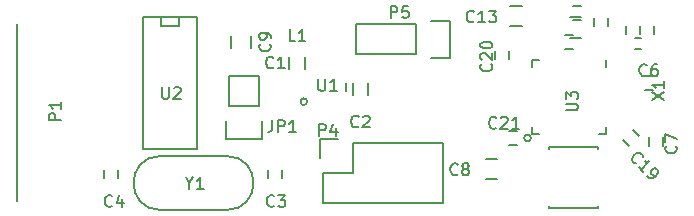
<source format=gto>
G04 #@! TF.FileFunction,Legend,Top*
%FSLAX46Y46*%
G04 Gerber Fmt 4.6, Leading zero omitted, Abs format (unit mm)*
G04 Created by KiCad (PCBNEW (2015-11-24 BZR 6329)-product) date Sat 01 Oct 2016 01:52:16 AM EDT*
%MOMM*%
G01*
G04 APERTURE LIST*
%ADD10C,0.100000*%
%ADD11C,0.150000*%
G04 APERTURE END LIST*
D10*
D11*
X149770000Y-108530000D02*
X157390000Y-108530000D01*
X157390000Y-108530000D02*
X157390000Y-113610000D01*
X157390000Y-113610000D02*
X147230000Y-113610000D01*
X147230000Y-113610000D02*
X147230000Y-111070000D01*
X148500000Y-108250000D02*
X146950000Y-108250000D01*
X147230000Y-111070000D02*
X149770000Y-111070000D01*
X149770000Y-111070000D02*
X149770000Y-108530000D01*
X146950000Y-108250000D02*
X146950000Y-109800000D01*
X174170000Y-99695000D02*
X173670000Y-99695000D01*
X173670000Y-100645000D02*
X174170000Y-100645000D01*
X164841548Y-108150000D02*
G75*
G03X164841548Y-108150000I-291548J0D01*
G01*
X166325000Y-108925000D02*
X166325000Y-109070000D01*
X170475000Y-108925000D02*
X170475000Y-109070000D01*
X170475000Y-114075000D02*
X170475000Y-113930000D01*
X166325000Y-114075000D02*
X166325000Y-113930000D01*
X166325000Y-108925000D02*
X170475000Y-108925000D01*
X166325000Y-114075000D02*
X170475000Y-114075000D01*
X121354880Y-98450140D02*
X121354880Y-113436140D01*
X145675000Y-101300000D02*
X145675000Y-102300000D01*
X144325000Y-102300000D02*
X144325000Y-101300000D01*
X149725000Y-104500000D02*
X149725000Y-103500000D01*
X151075000Y-103500000D02*
X151075000Y-104500000D01*
X142075000Y-108225000D02*
X142075000Y-106675000D01*
X141795000Y-102865000D02*
X141795000Y-105405000D01*
X141795000Y-105405000D02*
X139255000Y-105405000D01*
X138975000Y-106675000D02*
X138975000Y-108225000D01*
X138975000Y-108225000D02*
X142075000Y-108225000D01*
X139255000Y-105405000D02*
X139255000Y-102865000D01*
X139255000Y-102865000D02*
X141795000Y-102865000D01*
X145885044Y-105075000D02*
G75*
G03X145885044Y-105075000I-285044J0D01*
G01*
X149200200Y-103449480D02*
X149200200Y-104150520D01*
X168110000Y-99640000D02*
X169110000Y-99640000D01*
X169110000Y-97940000D02*
X168110000Y-97940000D01*
X156400000Y-101350000D02*
X157950000Y-101350000D01*
X157950000Y-101350000D02*
X157950000Y-98250000D01*
X157950000Y-98250000D02*
X156400000Y-98250000D01*
X155130000Y-101070000D02*
X150050000Y-101070000D01*
X150050000Y-101070000D02*
X150050000Y-98530000D01*
X150050000Y-98530000D02*
X155130000Y-98530000D01*
X155130000Y-98530000D02*
X155130000Y-101070000D01*
X141125000Y-100525000D02*
X141125000Y-99525000D01*
X139425000Y-99525000D02*
X139425000Y-100525000D01*
X135062000Y-97887000D02*
X135062000Y-98649000D01*
X135062000Y-98649000D02*
X133538000Y-98649000D01*
X133538000Y-98649000D02*
X133538000Y-97887000D01*
X136586000Y-109063000D02*
X132014000Y-109063000D01*
X132014000Y-109063000D02*
X132014000Y-97887000D01*
X132014000Y-97887000D02*
X136586000Y-97887000D01*
X136586000Y-97887000D02*
X136586000Y-109063000D01*
X133466000Y-109664000D02*
G75*
G03X133466000Y-114236000I0J-2286000D01*
G01*
X139054000Y-114236000D02*
G75*
G03X139054000Y-109664000I0J2286000D01*
G01*
X139054000Y-109664000D02*
X133466000Y-109664000D01*
X139054000Y-114236000D02*
X133466000Y-114236000D01*
X142550000Y-111525000D02*
X142550000Y-110825000D01*
X143750000Y-110825000D02*
X143750000Y-111525000D01*
X128675000Y-111525000D02*
X128675000Y-110825000D01*
X129875000Y-110825000D02*
X129875000Y-111525000D01*
X174450000Y-102900000D02*
X175150000Y-102900000D01*
X175150000Y-104100000D02*
X174450000Y-104100000D01*
X176050000Y-108100000D02*
X176050000Y-108800000D01*
X174850000Y-108800000D02*
X174850000Y-108100000D01*
X169100000Y-98150000D02*
X168400000Y-98150000D01*
X168400000Y-96950000D02*
X169100000Y-96950000D01*
X162000000Y-109950000D02*
X161000000Y-109950000D01*
X161000000Y-111650000D02*
X162000000Y-111650000D01*
X170150000Y-98650000D02*
X170150000Y-97950000D01*
X171350000Y-97950000D02*
X171350000Y-98650000D01*
X163050000Y-98650000D02*
X164050000Y-98650000D01*
X164050000Y-96950000D02*
X163050000Y-96950000D01*
X168400000Y-100600000D02*
X167700000Y-100600000D01*
X167700000Y-99400000D02*
X168400000Y-99400000D01*
X173476777Y-107478249D02*
X173971751Y-107973223D01*
X173123223Y-108821751D02*
X172628249Y-108326777D01*
X161800000Y-101450000D02*
X161800000Y-100750000D01*
X163000000Y-100750000D02*
X163000000Y-101450000D01*
X163650000Y-108750000D02*
X162950000Y-108750000D01*
X162950000Y-107550000D02*
X163650000Y-107550000D01*
X174030000Y-99330000D02*
X174030000Y-98630000D01*
X175230000Y-98630000D02*
X175230000Y-99330000D01*
X172840000Y-99330000D02*
X172840000Y-98630000D01*
X174040000Y-98630000D02*
X174040000Y-99330000D01*
X171175000Y-107775000D02*
X170575000Y-107775000D01*
X164925000Y-101525000D02*
X165525000Y-101525000D01*
X164925000Y-107775000D02*
X165525000Y-107775000D01*
X171175000Y-101525000D02*
X171175000Y-102125000D01*
X164925000Y-101525000D02*
X164925000Y-102125000D01*
X164925000Y-107775000D02*
X164925000Y-107175000D01*
X171175000Y-107775000D02*
X171175000Y-107175000D01*
X146886905Y-107977381D02*
X146886905Y-106977381D01*
X147267858Y-106977381D01*
X147363096Y-107025000D01*
X147410715Y-107072619D01*
X147458334Y-107167857D01*
X147458334Y-107310714D01*
X147410715Y-107405952D01*
X147363096Y-107453571D01*
X147267858Y-107501190D01*
X146886905Y-107501190D01*
X148315477Y-107310714D02*
X148315477Y-107977381D01*
X148077381Y-106929762D02*
X147839286Y-107644048D01*
X148458334Y-107644048D01*
X125042381Y-106618095D02*
X124042381Y-106618095D01*
X124042381Y-106237142D01*
X124090000Y-106141904D01*
X124137619Y-106094285D01*
X124232857Y-106046666D01*
X124375714Y-106046666D01*
X124470952Y-106094285D01*
X124518571Y-106141904D01*
X124566190Y-106237142D01*
X124566190Y-106618095D01*
X125042381Y-105094285D02*
X125042381Y-105665714D01*
X125042381Y-105380000D02*
X124042381Y-105380000D01*
X124185238Y-105475238D01*
X124280476Y-105570476D01*
X124328095Y-105665714D01*
X143033334Y-102157143D02*
X142985715Y-102204762D01*
X142842858Y-102252381D01*
X142747620Y-102252381D01*
X142604762Y-102204762D01*
X142509524Y-102109524D01*
X142461905Y-102014286D01*
X142414286Y-101823810D01*
X142414286Y-101680952D01*
X142461905Y-101490476D01*
X142509524Y-101395238D01*
X142604762Y-101300000D01*
X142747620Y-101252381D01*
X142842858Y-101252381D01*
X142985715Y-101300000D01*
X143033334Y-101347619D01*
X143985715Y-102252381D02*
X143414286Y-102252381D01*
X143700000Y-102252381D02*
X143700000Y-101252381D01*
X143604762Y-101395238D01*
X143509524Y-101490476D01*
X143414286Y-101538095D01*
X150233334Y-107157143D02*
X150185715Y-107204762D01*
X150042858Y-107252381D01*
X149947620Y-107252381D01*
X149804762Y-107204762D01*
X149709524Y-107109524D01*
X149661905Y-107014286D01*
X149614286Y-106823810D01*
X149614286Y-106680952D01*
X149661905Y-106490476D01*
X149709524Y-106395238D01*
X149804762Y-106300000D01*
X149947620Y-106252381D01*
X150042858Y-106252381D01*
X150185715Y-106300000D01*
X150233334Y-106347619D01*
X150614286Y-106347619D02*
X150661905Y-106300000D01*
X150757143Y-106252381D01*
X150995239Y-106252381D01*
X151090477Y-106300000D01*
X151138096Y-106347619D01*
X151185715Y-106442857D01*
X151185715Y-106538095D01*
X151138096Y-106680952D01*
X150566667Y-107252381D01*
X151185715Y-107252381D01*
X142930667Y-106640381D02*
X142930667Y-107354667D01*
X142883047Y-107497524D01*
X142787809Y-107592762D01*
X142644952Y-107640381D01*
X142549714Y-107640381D01*
X143406857Y-107640381D02*
X143406857Y-106640381D01*
X143787810Y-106640381D01*
X143883048Y-106688000D01*
X143930667Y-106735619D01*
X143978286Y-106830857D01*
X143978286Y-106973714D01*
X143930667Y-107068952D01*
X143883048Y-107116571D01*
X143787810Y-107164190D01*
X143406857Y-107164190D01*
X144930667Y-107640381D02*
X144359238Y-107640381D01*
X144644952Y-107640381D02*
X144644952Y-106640381D01*
X144549714Y-106783238D01*
X144454476Y-106878476D01*
X144359238Y-106926095D01*
X144883334Y-99952381D02*
X144407143Y-99952381D01*
X144407143Y-98952381D01*
X145740477Y-99952381D02*
X145169048Y-99952381D01*
X145454762Y-99952381D02*
X145454762Y-98952381D01*
X145359524Y-99095238D01*
X145264286Y-99190476D01*
X145169048Y-99238095D01*
X146838095Y-103152381D02*
X146838095Y-103961905D01*
X146885714Y-104057143D01*
X146933333Y-104104762D01*
X147028571Y-104152381D01*
X147219048Y-104152381D01*
X147314286Y-104104762D01*
X147361905Y-104057143D01*
X147409524Y-103961905D01*
X147409524Y-103152381D01*
X148409524Y-104152381D02*
X147838095Y-104152381D01*
X148123809Y-104152381D02*
X148123809Y-103152381D01*
X148028571Y-103295238D01*
X147933333Y-103390476D01*
X147838095Y-103438095D01*
X175102381Y-104909524D02*
X176102381Y-104242857D01*
X175102381Y-104242857D02*
X176102381Y-104909524D01*
X176102381Y-103338095D02*
X176102381Y-103909524D01*
X176102381Y-103623810D02*
X175102381Y-103623810D01*
X175245238Y-103719048D01*
X175340476Y-103814286D01*
X175388095Y-103909524D01*
X152961905Y-97977381D02*
X152961905Y-96977381D01*
X153342858Y-96977381D01*
X153438096Y-97025000D01*
X153485715Y-97072619D01*
X153533334Y-97167857D01*
X153533334Y-97310714D01*
X153485715Y-97405952D01*
X153438096Y-97453571D01*
X153342858Y-97501190D01*
X152961905Y-97501190D01*
X154438096Y-96977381D02*
X153961905Y-96977381D01*
X153914286Y-97453571D01*
X153961905Y-97405952D01*
X154057143Y-97358333D01*
X154295239Y-97358333D01*
X154390477Y-97405952D01*
X154438096Y-97453571D01*
X154485715Y-97548810D01*
X154485715Y-97786905D01*
X154438096Y-97882143D01*
X154390477Y-97929762D01*
X154295239Y-97977381D01*
X154057143Y-97977381D01*
X153961905Y-97929762D01*
X153914286Y-97882143D01*
X142732143Y-100191666D02*
X142779762Y-100239285D01*
X142827381Y-100382142D01*
X142827381Y-100477380D01*
X142779762Y-100620238D01*
X142684524Y-100715476D01*
X142589286Y-100763095D01*
X142398810Y-100810714D01*
X142255952Y-100810714D01*
X142065476Y-100763095D01*
X141970238Y-100715476D01*
X141875000Y-100620238D01*
X141827381Y-100477380D01*
X141827381Y-100382142D01*
X141875000Y-100239285D01*
X141922619Y-100191666D01*
X142827381Y-99715476D02*
X142827381Y-99525000D01*
X142779762Y-99429761D01*
X142732143Y-99382142D01*
X142589286Y-99286904D01*
X142398810Y-99239285D01*
X142017857Y-99239285D01*
X141922619Y-99286904D01*
X141875000Y-99334523D01*
X141827381Y-99429761D01*
X141827381Y-99620238D01*
X141875000Y-99715476D01*
X141922619Y-99763095D01*
X142017857Y-99810714D01*
X142255952Y-99810714D01*
X142351190Y-99763095D01*
X142398810Y-99715476D01*
X142446429Y-99620238D01*
X142446429Y-99429761D01*
X142398810Y-99334523D01*
X142351190Y-99286904D01*
X142255952Y-99239285D01*
X133604095Y-103846381D02*
X133604095Y-104655905D01*
X133651714Y-104751143D01*
X133699333Y-104798762D01*
X133794571Y-104846381D01*
X133985048Y-104846381D01*
X134080286Y-104798762D01*
X134127905Y-104751143D01*
X134175524Y-104655905D01*
X134175524Y-103846381D01*
X134604095Y-103941619D02*
X134651714Y-103894000D01*
X134746952Y-103846381D01*
X134985048Y-103846381D01*
X135080286Y-103894000D01*
X135127905Y-103941619D01*
X135175524Y-104036857D01*
X135175524Y-104132095D01*
X135127905Y-104274952D01*
X134556476Y-104846381D01*
X135175524Y-104846381D01*
X135921809Y-111990190D02*
X135921809Y-112466381D01*
X135588476Y-111466381D02*
X135921809Y-111990190D01*
X136255143Y-111466381D01*
X137112286Y-112466381D02*
X136540857Y-112466381D01*
X136826571Y-112466381D02*
X136826571Y-111466381D01*
X136731333Y-111609238D01*
X136636095Y-111704476D01*
X136540857Y-111752095D01*
X143089334Y-113895143D02*
X143041715Y-113942762D01*
X142898858Y-113990381D01*
X142803620Y-113990381D01*
X142660762Y-113942762D01*
X142565524Y-113847524D01*
X142517905Y-113752286D01*
X142470286Y-113561810D01*
X142470286Y-113418952D01*
X142517905Y-113228476D01*
X142565524Y-113133238D01*
X142660762Y-113038000D01*
X142803620Y-112990381D01*
X142898858Y-112990381D01*
X143041715Y-113038000D01*
X143089334Y-113085619D01*
X143422667Y-112990381D02*
X144041715Y-112990381D01*
X143708381Y-113371333D01*
X143851239Y-113371333D01*
X143946477Y-113418952D01*
X143994096Y-113466571D01*
X144041715Y-113561810D01*
X144041715Y-113799905D01*
X143994096Y-113895143D01*
X143946477Y-113942762D01*
X143851239Y-113990381D01*
X143565524Y-113990381D01*
X143470286Y-113942762D01*
X143422667Y-113895143D01*
X129373334Y-113895143D02*
X129325715Y-113942762D01*
X129182858Y-113990381D01*
X129087620Y-113990381D01*
X128944762Y-113942762D01*
X128849524Y-113847524D01*
X128801905Y-113752286D01*
X128754286Y-113561810D01*
X128754286Y-113418952D01*
X128801905Y-113228476D01*
X128849524Y-113133238D01*
X128944762Y-113038000D01*
X129087620Y-112990381D01*
X129182858Y-112990381D01*
X129325715Y-113038000D01*
X129373334Y-113085619D01*
X130230477Y-113323714D02*
X130230477Y-113990381D01*
X129992381Y-112942762D02*
X129754286Y-113657048D01*
X130373334Y-113657048D01*
X174633334Y-102807143D02*
X174585715Y-102854762D01*
X174442858Y-102902381D01*
X174347620Y-102902381D01*
X174204762Y-102854762D01*
X174109524Y-102759524D01*
X174061905Y-102664286D01*
X174014286Y-102473810D01*
X174014286Y-102330952D01*
X174061905Y-102140476D01*
X174109524Y-102045238D01*
X174204762Y-101950000D01*
X174347620Y-101902381D01*
X174442858Y-101902381D01*
X174585715Y-101950000D01*
X174633334Y-101997619D01*
X175490477Y-101902381D02*
X175300000Y-101902381D01*
X175204762Y-101950000D01*
X175157143Y-101997619D01*
X175061905Y-102140476D01*
X175014286Y-102330952D01*
X175014286Y-102711905D01*
X175061905Y-102807143D01*
X175109524Y-102854762D01*
X175204762Y-102902381D01*
X175395239Y-102902381D01*
X175490477Y-102854762D01*
X175538096Y-102807143D01*
X175585715Y-102711905D01*
X175585715Y-102473810D01*
X175538096Y-102378571D01*
X175490477Y-102330952D01*
X175395239Y-102283333D01*
X175204762Y-102283333D01*
X175109524Y-102330952D01*
X175061905Y-102378571D01*
X175014286Y-102473810D01*
X177107143Y-108816666D02*
X177154762Y-108864285D01*
X177202381Y-109007142D01*
X177202381Y-109102380D01*
X177154762Y-109245238D01*
X177059524Y-109340476D01*
X176964286Y-109388095D01*
X176773810Y-109435714D01*
X176630952Y-109435714D01*
X176440476Y-109388095D01*
X176345238Y-109340476D01*
X176250000Y-109245238D01*
X176202381Y-109102380D01*
X176202381Y-109007142D01*
X176250000Y-108864285D01*
X176297619Y-108816666D01*
X176202381Y-108483333D02*
X176202381Y-107816666D01*
X177202381Y-108245238D01*
X158633334Y-111207143D02*
X158585715Y-111254762D01*
X158442858Y-111302381D01*
X158347620Y-111302381D01*
X158204762Y-111254762D01*
X158109524Y-111159524D01*
X158061905Y-111064286D01*
X158014286Y-110873810D01*
X158014286Y-110730952D01*
X158061905Y-110540476D01*
X158109524Y-110445238D01*
X158204762Y-110350000D01*
X158347620Y-110302381D01*
X158442858Y-110302381D01*
X158585715Y-110350000D01*
X158633334Y-110397619D01*
X159204762Y-110730952D02*
X159109524Y-110683333D01*
X159061905Y-110635714D01*
X159014286Y-110540476D01*
X159014286Y-110492857D01*
X159061905Y-110397619D01*
X159109524Y-110350000D01*
X159204762Y-110302381D01*
X159395239Y-110302381D01*
X159490477Y-110350000D01*
X159538096Y-110397619D01*
X159585715Y-110492857D01*
X159585715Y-110540476D01*
X159538096Y-110635714D01*
X159490477Y-110683333D01*
X159395239Y-110730952D01*
X159204762Y-110730952D01*
X159109524Y-110778571D01*
X159061905Y-110826190D01*
X159014286Y-110921429D01*
X159014286Y-111111905D01*
X159061905Y-111207143D01*
X159109524Y-111254762D01*
X159204762Y-111302381D01*
X159395239Y-111302381D01*
X159490477Y-111254762D01*
X159538096Y-111207143D01*
X159585715Y-111111905D01*
X159585715Y-110921429D01*
X159538096Y-110826190D01*
X159490477Y-110778571D01*
X159395239Y-110730952D01*
X160007143Y-98257143D02*
X159959524Y-98304762D01*
X159816667Y-98352381D01*
X159721429Y-98352381D01*
X159578571Y-98304762D01*
X159483333Y-98209524D01*
X159435714Y-98114286D01*
X159388095Y-97923810D01*
X159388095Y-97780952D01*
X159435714Y-97590476D01*
X159483333Y-97495238D01*
X159578571Y-97400000D01*
X159721429Y-97352381D01*
X159816667Y-97352381D01*
X159959524Y-97400000D01*
X160007143Y-97447619D01*
X160959524Y-98352381D02*
X160388095Y-98352381D01*
X160673809Y-98352381D02*
X160673809Y-97352381D01*
X160578571Y-97495238D01*
X160483333Y-97590476D01*
X160388095Y-97638095D01*
X161292857Y-97352381D02*
X161911905Y-97352381D01*
X161578571Y-97733333D01*
X161721429Y-97733333D01*
X161816667Y-97780952D01*
X161864286Y-97828571D01*
X161911905Y-97923810D01*
X161911905Y-98161905D01*
X161864286Y-98257143D01*
X161816667Y-98304762D01*
X161721429Y-98352381D01*
X161435714Y-98352381D01*
X161340476Y-98304762D01*
X161292857Y-98257143D01*
X173742893Y-110297970D02*
X173675550Y-110297970D01*
X173540863Y-110230626D01*
X173473519Y-110163283D01*
X173406175Y-110028595D01*
X173406175Y-109893908D01*
X173439847Y-109792893D01*
X173540862Y-109624535D01*
X173641878Y-109523519D01*
X173810237Y-109422504D01*
X173911252Y-109388832D01*
X174045939Y-109388832D01*
X174180626Y-109456176D01*
X174247970Y-109523519D01*
X174315313Y-109658206D01*
X174315313Y-109725550D01*
X174348985Y-111038748D02*
X173944924Y-110634687D01*
X174146954Y-110836717D02*
X174854061Y-110129610D01*
X174685702Y-110163282D01*
X174551015Y-110163282D01*
X174450000Y-110129610D01*
X174685702Y-111375465D02*
X174820389Y-111510152D01*
X174921405Y-111543825D01*
X174988748Y-111543825D01*
X175157107Y-111510153D01*
X175325465Y-111409138D01*
X175594840Y-111139763D01*
X175628512Y-111038748D01*
X175628512Y-110971405D01*
X175594840Y-110870390D01*
X175460152Y-110735702D01*
X175359137Y-110702030D01*
X175291794Y-110702030D01*
X175190778Y-110735702D01*
X175022420Y-110904061D01*
X174988748Y-111005076D01*
X174988747Y-111072420D01*
X175022419Y-111173435D01*
X175157107Y-111308123D01*
X175258122Y-111341794D01*
X175325466Y-111341794D01*
X175426481Y-111308122D01*
X161457143Y-101892857D02*
X161504762Y-101940476D01*
X161552381Y-102083333D01*
X161552381Y-102178571D01*
X161504762Y-102321429D01*
X161409524Y-102416667D01*
X161314286Y-102464286D01*
X161123810Y-102511905D01*
X160980952Y-102511905D01*
X160790476Y-102464286D01*
X160695238Y-102416667D01*
X160600000Y-102321429D01*
X160552381Y-102178571D01*
X160552381Y-102083333D01*
X160600000Y-101940476D01*
X160647619Y-101892857D01*
X160647619Y-101511905D02*
X160600000Y-101464286D01*
X160552381Y-101369048D01*
X160552381Y-101130952D01*
X160600000Y-101035714D01*
X160647619Y-100988095D01*
X160742857Y-100940476D01*
X160838095Y-100940476D01*
X160980952Y-100988095D01*
X161552381Y-101559524D01*
X161552381Y-100940476D01*
X160552381Y-100321429D02*
X160552381Y-100226190D01*
X160600000Y-100130952D01*
X160647619Y-100083333D01*
X160742857Y-100035714D01*
X160933333Y-99988095D01*
X161171429Y-99988095D01*
X161361905Y-100035714D01*
X161457143Y-100083333D01*
X161504762Y-100130952D01*
X161552381Y-100226190D01*
X161552381Y-100321429D01*
X161504762Y-100416667D01*
X161457143Y-100464286D01*
X161361905Y-100511905D01*
X161171429Y-100559524D01*
X160933333Y-100559524D01*
X160742857Y-100511905D01*
X160647619Y-100464286D01*
X160600000Y-100416667D01*
X160552381Y-100321429D01*
X161907143Y-107257143D02*
X161859524Y-107304762D01*
X161716667Y-107352381D01*
X161621429Y-107352381D01*
X161478571Y-107304762D01*
X161383333Y-107209524D01*
X161335714Y-107114286D01*
X161288095Y-106923810D01*
X161288095Y-106780952D01*
X161335714Y-106590476D01*
X161383333Y-106495238D01*
X161478571Y-106400000D01*
X161621429Y-106352381D01*
X161716667Y-106352381D01*
X161859524Y-106400000D01*
X161907143Y-106447619D01*
X162288095Y-106447619D02*
X162335714Y-106400000D01*
X162430952Y-106352381D01*
X162669048Y-106352381D01*
X162764286Y-106400000D01*
X162811905Y-106447619D01*
X162859524Y-106542857D01*
X162859524Y-106638095D01*
X162811905Y-106780952D01*
X162240476Y-107352381D01*
X162859524Y-107352381D01*
X163811905Y-107352381D02*
X163240476Y-107352381D01*
X163526190Y-107352381D02*
X163526190Y-106352381D01*
X163430952Y-106495238D01*
X163335714Y-106590476D01*
X163240476Y-106638095D01*
X167802381Y-105811905D02*
X168611905Y-105811905D01*
X168707143Y-105764286D01*
X168754762Y-105716667D01*
X168802381Y-105621429D01*
X168802381Y-105430952D01*
X168754762Y-105335714D01*
X168707143Y-105288095D01*
X168611905Y-105240476D01*
X167802381Y-105240476D01*
X167802381Y-104859524D02*
X167802381Y-104240476D01*
X168183333Y-104573810D01*
X168183333Y-104430952D01*
X168230952Y-104335714D01*
X168278571Y-104288095D01*
X168373810Y-104240476D01*
X168611905Y-104240476D01*
X168707143Y-104288095D01*
X168754762Y-104335714D01*
X168802381Y-104430952D01*
X168802381Y-104716667D01*
X168754762Y-104811905D01*
X168707143Y-104859524D01*
M02*

</source>
